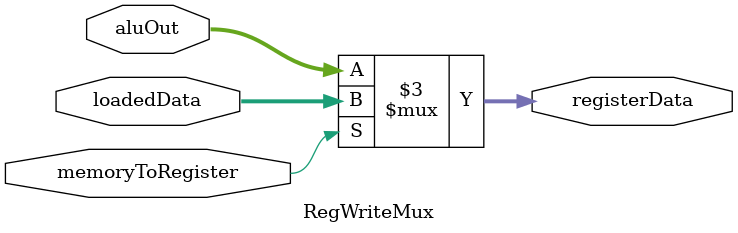
<source format=v>
`timescale 1ns / 1ps


module RegWriteMux(
    // Inputs
    input memoryToRegister,
    input [31:0] loadedData,
    input [31:0] aluOut,
    // Outputs
    output reg [31:0] registerData
    );

    always @(*) begin
        if (memoryToRegister) registerData = loadedData;
        else registerData = aluOut;
    end
endmodule

</source>
